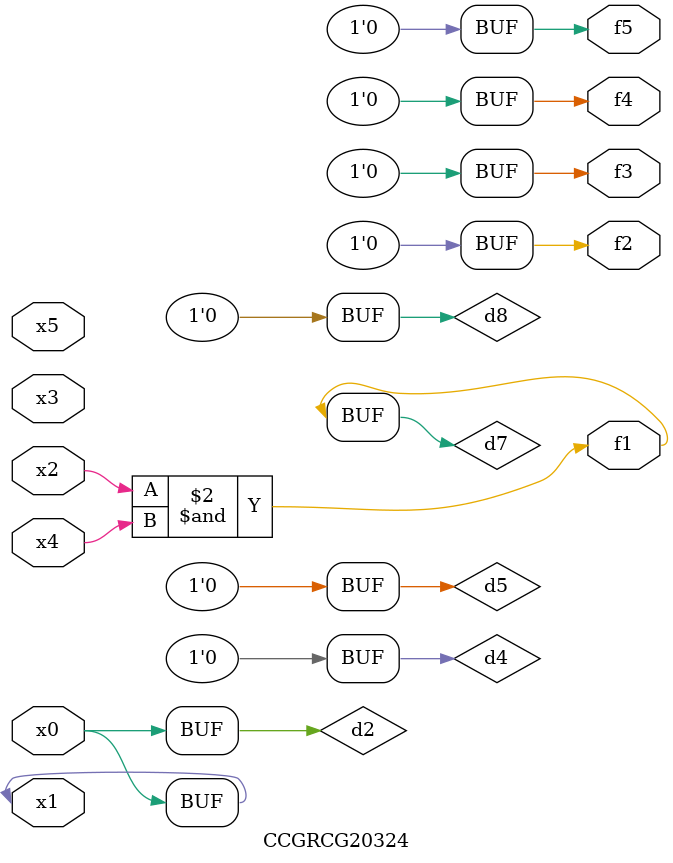
<source format=v>
module CCGRCG20324(
	input x0, x1, x2, x3, x4, x5,
	output f1, f2, f3, f4, f5
);

	wire d1, d2, d3, d4, d5, d6, d7, d8, d9;

	nand (d1, x1);
	buf (d2, x0, x1);
	nand (d3, x2, x4);
	and (d4, d1, d2);
	and (d5, d1, d2);
	nand (d6, d1, d3);
	not (d7, d3);
	xor (d8, d5);
	nor (d9, d5, d6);
	assign f1 = d7;
	assign f2 = d8;
	assign f3 = d8;
	assign f4 = d8;
	assign f5 = d8;
endmodule

</source>
